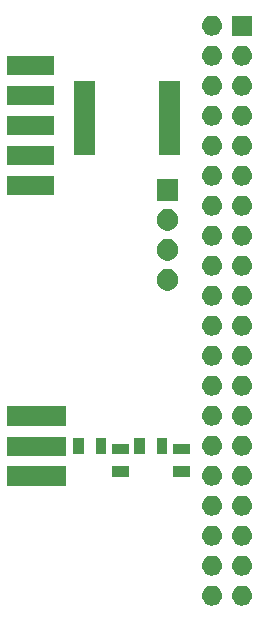
<source format=gts>
G04 #@! TF.GenerationSoftware,KiCad,Pcbnew,5.0.2-bee76a0~70~ubuntu16.04.1*
G04 #@! TF.CreationDate,2019-12-01T18:04:24-08:00*
G04 #@! TF.ProjectId,io_jumper,696f5f6a-756d-4706-9572-2e6b69636164,1.0*
G04 #@! TF.SameCoordinates,PX7471920PY2d4cae0*
G04 #@! TF.FileFunction,Soldermask,Top*
G04 #@! TF.FilePolarity,Negative*
%FSLAX46Y46*%
G04 Gerber Fmt 4.6, Leading zero omitted, Abs format (unit mm)*
G04 Created by KiCad (PCBNEW 5.0.2-bee76a0~70~ubuntu16.04.1) date Sun 01 Dec 2019 06:04:24 PM PST*
%MOMM*%
%LPD*%
G01*
G04 APERTURE LIST*
%ADD10C,0.100000*%
G04 APERTURE END LIST*
D10*
G36*
X20266630Y-49122299D02*
X20426855Y-49170903D01*
X20574520Y-49249831D01*
X20703949Y-49356051D01*
X20810169Y-49485480D01*
X20889097Y-49633145D01*
X20937701Y-49793370D01*
X20954112Y-49960000D01*
X20937701Y-50126630D01*
X20889097Y-50286855D01*
X20810169Y-50434520D01*
X20703949Y-50563949D01*
X20574520Y-50670169D01*
X20426855Y-50749097D01*
X20266630Y-50797701D01*
X20141752Y-50810000D01*
X20058248Y-50810000D01*
X19933370Y-50797701D01*
X19773145Y-50749097D01*
X19625480Y-50670169D01*
X19496051Y-50563949D01*
X19389831Y-50434520D01*
X19310903Y-50286855D01*
X19262299Y-50126630D01*
X19245888Y-49960000D01*
X19262299Y-49793370D01*
X19310903Y-49633145D01*
X19389831Y-49485480D01*
X19496051Y-49356051D01*
X19625480Y-49249831D01*
X19773145Y-49170903D01*
X19933370Y-49122299D01*
X20058248Y-49110000D01*
X20141752Y-49110000D01*
X20266630Y-49122299D01*
X20266630Y-49122299D01*
G37*
G36*
X17726630Y-49122299D02*
X17886855Y-49170903D01*
X18034520Y-49249831D01*
X18163949Y-49356051D01*
X18270169Y-49485480D01*
X18349097Y-49633145D01*
X18397701Y-49793370D01*
X18414112Y-49960000D01*
X18397701Y-50126630D01*
X18349097Y-50286855D01*
X18270169Y-50434520D01*
X18163949Y-50563949D01*
X18034520Y-50670169D01*
X17886855Y-50749097D01*
X17726630Y-50797701D01*
X17601752Y-50810000D01*
X17518248Y-50810000D01*
X17393370Y-50797701D01*
X17233145Y-50749097D01*
X17085480Y-50670169D01*
X16956051Y-50563949D01*
X16849831Y-50434520D01*
X16770903Y-50286855D01*
X16722299Y-50126630D01*
X16705888Y-49960000D01*
X16722299Y-49793370D01*
X16770903Y-49633145D01*
X16849831Y-49485480D01*
X16956051Y-49356051D01*
X17085480Y-49249831D01*
X17233145Y-49170903D01*
X17393370Y-49122299D01*
X17518248Y-49110000D01*
X17601752Y-49110000D01*
X17726630Y-49122299D01*
X17726630Y-49122299D01*
G37*
G36*
X17726630Y-46582299D02*
X17886855Y-46630903D01*
X18034520Y-46709831D01*
X18163949Y-46816051D01*
X18270169Y-46945480D01*
X18349097Y-47093145D01*
X18397701Y-47253370D01*
X18414112Y-47420000D01*
X18397701Y-47586630D01*
X18349097Y-47746855D01*
X18270169Y-47894520D01*
X18163949Y-48023949D01*
X18034520Y-48130169D01*
X17886855Y-48209097D01*
X17726630Y-48257701D01*
X17601752Y-48270000D01*
X17518248Y-48270000D01*
X17393370Y-48257701D01*
X17233145Y-48209097D01*
X17085480Y-48130169D01*
X16956051Y-48023949D01*
X16849831Y-47894520D01*
X16770903Y-47746855D01*
X16722299Y-47586630D01*
X16705888Y-47420000D01*
X16722299Y-47253370D01*
X16770903Y-47093145D01*
X16849831Y-46945480D01*
X16956051Y-46816051D01*
X17085480Y-46709831D01*
X17233145Y-46630903D01*
X17393370Y-46582299D01*
X17518248Y-46570000D01*
X17601752Y-46570000D01*
X17726630Y-46582299D01*
X17726630Y-46582299D01*
G37*
G36*
X20266630Y-46582299D02*
X20426855Y-46630903D01*
X20574520Y-46709831D01*
X20703949Y-46816051D01*
X20810169Y-46945480D01*
X20889097Y-47093145D01*
X20937701Y-47253370D01*
X20954112Y-47420000D01*
X20937701Y-47586630D01*
X20889097Y-47746855D01*
X20810169Y-47894520D01*
X20703949Y-48023949D01*
X20574520Y-48130169D01*
X20426855Y-48209097D01*
X20266630Y-48257701D01*
X20141752Y-48270000D01*
X20058248Y-48270000D01*
X19933370Y-48257701D01*
X19773145Y-48209097D01*
X19625480Y-48130169D01*
X19496051Y-48023949D01*
X19389831Y-47894520D01*
X19310903Y-47746855D01*
X19262299Y-47586630D01*
X19245888Y-47420000D01*
X19262299Y-47253370D01*
X19310903Y-47093145D01*
X19389831Y-46945480D01*
X19496051Y-46816051D01*
X19625480Y-46709831D01*
X19773145Y-46630903D01*
X19933370Y-46582299D01*
X20058248Y-46570000D01*
X20141752Y-46570000D01*
X20266630Y-46582299D01*
X20266630Y-46582299D01*
G37*
G36*
X17726630Y-44042299D02*
X17886855Y-44090903D01*
X18034520Y-44169831D01*
X18163949Y-44276051D01*
X18270169Y-44405480D01*
X18349097Y-44553145D01*
X18397701Y-44713370D01*
X18414112Y-44880000D01*
X18397701Y-45046630D01*
X18349097Y-45206855D01*
X18270169Y-45354520D01*
X18163949Y-45483949D01*
X18034520Y-45590169D01*
X17886855Y-45669097D01*
X17726630Y-45717701D01*
X17601752Y-45730000D01*
X17518248Y-45730000D01*
X17393370Y-45717701D01*
X17233145Y-45669097D01*
X17085480Y-45590169D01*
X16956051Y-45483949D01*
X16849831Y-45354520D01*
X16770903Y-45206855D01*
X16722299Y-45046630D01*
X16705888Y-44880000D01*
X16722299Y-44713370D01*
X16770903Y-44553145D01*
X16849831Y-44405480D01*
X16956051Y-44276051D01*
X17085480Y-44169831D01*
X17233145Y-44090903D01*
X17393370Y-44042299D01*
X17518248Y-44030000D01*
X17601752Y-44030000D01*
X17726630Y-44042299D01*
X17726630Y-44042299D01*
G37*
G36*
X20266630Y-44042299D02*
X20426855Y-44090903D01*
X20574520Y-44169831D01*
X20703949Y-44276051D01*
X20810169Y-44405480D01*
X20889097Y-44553145D01*
X20937701Y-44713370D01*
X20954112Y-44880000D01*
X20937701Y-45046630D01*
X20889097Y-45206855D01*
X20810169Y-45354520D01*
X20703949Y-45483949D01*
X20574520Y-45590169D01*
X20426855Y-45669097D01*
X20266630Y-45717701D01*
X20141752Y-45730000D01*
X20058248Y-45730000D01*
X19933370Y-45717701D01*
X19773145Y-45669097D01*
X19625480Y-45590169D01*
X19496051Y-45483949D01*
X19389831Y-45354520D01*
X19310903Y-45206855D01*
X19262299Y-45046630D01*
X19245888Y-44880000D01*
X19262299Y-44713370D01*
X19310903Y-44553145D01*
X19389831Y-44405480D01*
X19496051Y-44276051D01*
X19625480Y-44169831D01*
X19773145Y-44090903D01*
X19933370Y-44042299D01*
X20058248Y-44030000D01*
X20141752Y-44030000D01*
X20266630Y-44042299D01*
X20266630Y-44042299D01*
G37*
G36*
X20266630Y-41502299D02*
X20426855Y-41550903D01*
X20574520Y-41629831D01*
X20703949Y-41736051D01*
X20810169Y-41865480D01*
X20889097Y-42013145D01*
X20937701Y-42173370D01*
X20954112Y-42340000D01*
X20937701Y-42506630D01*
X20889097Y-42666855D01*
X20810169Y-42814520D01*
X20703949Y-42943949D01*
X20574520Y-43050169D01*
X20426855Y-43129097D01*
X20266630Y-43177701D01*
X20141752Y-43190000D01*
X20058248Y-43190000D01*
X19933370Y-43177701D01*
X19773145Y-43129097D01*
X19625480Y-43050169D01*
X19496051Y-42943949D01*
X19389831Y-42814520D01*
X19310903Y-42666855D01*
X19262299Y-42506630D01*
X19245888Y-42340000D01*
X19262299Y-42173370D01*
X19310903Y-42013145D01*
X19389831Y-41865480D01*
X19496051Y-41736051D01*
X19625480Y-41629831D01*
X19773145Y-41550903D01*
X19933370Y-41502299D01*
X20058248Y-41490000D01*
X20141752Y-41490000D01*
X20266630Y-41502299D01*
X20266630Y-41502299D01*
G37*
G36*
X17726630Y-41502299D02*
X17886855Y-41550903D01*
X18034520Y-41629831D01*
X18163949Y-41736051D01*
X18270169Y-41865480D01*
X18349097Y-42013145D01*
X18397701Y-42173370D01*
X18414112Y-42340000D01*
X18397701Y-42506630D01*
X18349097Y-42666855D01*
X18270169Y-42814520D01*
X18163949Y-42943949D01*
X18034520Y-43050169D01*
X17886855Y-43129097D01*
X17726630Y-43177701D01*
X17601752Y-43190000D01*
X17518248Y-43190000D01*
X17393370Y-43177701D01*
X17233145Y-43129097D01*
X17085480Y-43050169D01*
X16956051Y-42943949D01*
X16849831Y-42814520D01*
X16770903Y-42666855D01*
X16722299Y-42506630D01*
X16705888Y-42340000D01*
X16722299Y-42173370D01*
X16770903Y-42013145D01*
X16849831Y-41865480D01*
X16956051Y-41736051D01*
X17085480Y-41629831D01*
X17233145Y-41550903D01*
X17393370Y-41502299D01*
X17518248Y-41490000D01*
X17601752Y-41490000D01*
X17726630Y-41502299D01*
X17726630Y-41502299D01*
G37*
G36*
X5200000Y-40690000D02*
X200000Y-40690000D01*
X200000Y-38990000D01*
X5200000Y-38990000D01*
X5200000Y-40690000D01*
X5200000Y-40690000D01*
G37*
G36*
X20266630Y-38962299D02*
X20426855Y-39010903D01*
X20574520Y-39089831D01*
X20703949Y-39196051D01*
X20810169Y-39325480D01*
X20889097Y-39473145D01*
X20937701Y-39633370D01*
X20954112Y-39800000D01*
X20937701Y-39966630D01*
X20889097Y-40126855D01*
X20810169Y-40274520D01*
X20703949Y-40403949D01*
X20574520Y-40510169D01*
X20426855Y-40589097D01*
X20266630Y-40637701D01*
X20141752Y-40650000D01*
X20058248Y-40650000D01*
X19933370Y-40637701D01*
X19773145Y-40589097D01*
X19625480Y-40510169D01*
X19496051Y-40403949D01*
X19389831Y-40274520D01*
X19310903Y-40126855D01*
X19262299Y-39966630D01*
X19245888Y-39800000D01*
X19262299Y-39633370D01*
X19310903Y-39473145D01*
X19389831Y-39325480D01*
X19496051Y-39196051D01*
X19625480Y-39089831D01*
X19773145Y-39010903D01*
X19933370Y-38962299D01*
X20058248Y-38950000D01*
X20141752Y-38950000D01*
X20266630Y-38962299D01*
X20266630Y-38962299D01*
G37*
G36*
X17726630Y-38962299D02*
X17886855Y-39010903D01*
X18034520Y-39089831D01*
X18163949Y-39196051D01*
X18270169Y-39325480D01*
X18349097Y-39473145D01*
X18397701Y-39633370D01*
X18414112Y-39800000D01*
X18397701Y-39966630D01*
X18349097Y-40126855D01*
X18270169Y-40274520D01*
X18163949Y-40403949D01*
X18034520Y-40510169D01*
X17886855Y-40589097D01*
X17726630Y-40637701D01*
X17601752Y-40650000D01*
X17518248Y-40650000D01*
X17393370Y-40637701D01*
X17233145Y-40589097D01*
X17085480Y-40510169D01*
X16956051Y-40403949D01*
X16849831Y-40274520D01*
X16770903Y-40126855D01*
X16722299Y-39966630D01*
X16705888Y-39800000D01*
X16722299Y-39633370D01*
X16770903Y-39473145D01*
X16849831Y-39325480D01*
X16956051Y-39196051D01*
X17085480Y-39089831D01*
X17233145Y-39010903D01*
X17393370Y-38962299D01*
X17518248Y-38950000D01*
X17601752Y-38950000D01*
X17726630Y-38962299D01*
X17726630Y-38962299D01*
G37*
G36*
X15698500Y-39897000D02*
X14301500Y-39897000D01*
X14301500Y-39008000D01*
X15698500Y-39008000D01*
X15698500Y-39897000D01*
X15698500Y-39897000D01*
G37*
G36*
X10498500Y-39897000D02*
X9101500Y-39897000D01*
X9101500Y-39008000D01*
X10498500Y-39008000D01*
X10498500Y-39897000D01*
X10498500Y-39897000D01*
G37*
G36*
X20266630Y-36422299D02*
X20426855Y-36470903D01*
X20574520Y-36549831D01*
X20703949Y-36656051D01*
X20810169Y-36785480D01*
X20889097Y-36933145D01*
X20937701Y-37093370D01*
X20954112Y-37260000D01*
X20937701Y-37426630D01*
X20889097Y-37586855D01*
X20810169Y-37734520D01*
X20703949Y-37863949D01*
X20574520Y-37970169D01*
X20426855Y-38049097D01*
X20266630Y-38097701D01*
X20141752Y-38110000D01*
X20058248Y-38110000D01*
X19933370Y-38097701D01*
X19773145Y-38049097D01*
X19625480Y-37970169D01*
X19496051Y-37863949D01*
X19389831Y-37734520D01*
X19310903Y-37586855D01*
X19262299Y-37426630D01*
X19245888Y-37260000D01*
X19262299Y-37093370D01*
X19310903Y-36933145D01*
X19389831Y-36785480D01*
X19496051Y-36656051D01*
X19625480Y-36549831D01*
X19773145Y-36470903D01*
X19933370Y-36422299D01*
X20058248Y-36410000D01*
X20141752Y-36410000D01*
X20266630Y-36422299D01*
X20266630Y-36422299D01*
G37*
G36*
X17726630Y-36422299D02*
X17886855Y-36470903D01*
X18034520Y-36549831D01*
X18163949Y-36656051D01*
X18270169Y-36785480D01*
X18349097Y-36933145D01*
X18397701Y-37093370D01*
X18414112Y-37260000D01*
X18397701Y-37426630D01*
X18349097Y-37586855D01*
X18270169Y-37734520D01*
X18163949Y-37863949D01*
X18034520Y-37970169D01*
X17886855Y-38049097D01*
X17726630Y-38097701D01*
X17601752Y-38110000D01*
X17518248Y-38110000D01*
X17393370Y-38097701D01*
X17233145Y-38049097D01*
X17085480Y-37970169D01*
X16956051Y-37863949D01*
X16849831Y-37734520D01*
X16770903Y-37586855D01*
X16722299Y-37426630D01*
X16705888Y-37260000D01*
X16722299Y-37093370D01*
X16770903Y-36933145D01*
X16849831Y-36785480D01*
X16956051Y-36656051D01*
X17085480Y-36549831D01*
X17233145Y-36470903D01*
X17393370Y-36422299D01*
X17518248Y-36410000D01*
X17601752Y-36410000D01*
X17726630Y-36422299D01*
X17726630Y-36422299D01*
G37*
G36*
X5200000Y-38100000D02*
X200000Y-38100000D01*
X200000Y-36500000D01*
X5200000Y-36500000D01*
X5200000Y-38100000D01*
X5200000Y-38100000D01*
G37*
G36*
X13797000Y-37998500D02*
X12908000Y-37998500D01*
X12908000Y-36601500D01*
X13797000Y-36601500D01*
X13797000Y-37998500D01*
X13797000Y-37998500D01*
G37*
G36*
X6692000Y-37998500D02*
X5803000Y-37998500D01*
X5803000Y-36601500D01*
X6692000Y-36601500D01*
X6692000Y-37998500D01*
X6692000Y-37998500D01*
G37*
G36*
X8597000Y-37998500D02*
X7708000Y-37998500D01*
X7708000Y-36601500D01*
X8597000Y-36601500D01*
X8597000Y-37998500D01*
X8597000Y-37998500D01*
G37*
G36*
X11892000Y-37998500D02*
X11003000Y-37998500D01*
X11003000Y-36601500D01*
X11892000Y-36601500D01*
X11892000Y-37998500D01*
X11892000Y-37998500D01*
G37*
G36*
X10498500Y-37992000D02*
X9101500Y-37992000D01*
X9101500Y-37103000D01*
X10498500Y-37103000D01*
X10498500Y-37992000D01*
X10498500Y-37992000D01*
G37*
G36*
X15698500Y-37992000D02*
X14301500Y-37992000D01*
X14301500Y-37103000D01*
X15698500Y-37103000D01*
X15698500Y-37992000D01*
X15698500Y-37992000D01*
G37*
G36*
X5200000Y-35610000D02*
X200000Y-35610000D01*
X200000Y-33910000D01*
X5200000Y-33910000D01*
X5200000Y-35610000D01*
X5200000Y-35610000D01*
G37*
G36*
X17726630Y-33882299D02*
X17886855Y-33930903D01*
X18034520Y-34009831D01*
X18163949Y-34116051D01*
X18270169Y-34245480D01*
X18349097Y-34393145D01*
X18397701Y-34553370D01*
X18414112Y-34720000D01*
X18397701Y-34886630D01*
X18349097Y-35046855D01*
X18270169Y-35194520D01*
X18163949Y-35323949D01*
X18034520Y-35430169D01*
X17886855Y-35509097D01*
X17726630Y-35557701D01*
X17601752Y-35570000D01*
X17518248Y-35570000D01*
X17393370Y-35557701D01*
X17233145Y-35509097D01*
X17085480Y-35430169D01*
X16956051Y-35323949D01*
X16849831Y-35194520D01*
X16770903Y-35046855D01*
X16722299Y-34886630D01*
X16705888Y-34720000D01*
X16722299Y-34553370D01*
X16770903Y-34393145D01*
X16849831Y-34245480D01*
X16956051Y-34116051D01*
X17085480Y-34009831D01*
X17233145Y-33930903D01*
X17393370Y-33882299D01*
X17518248Y-33870000D01*
X17601752Y-33870000D01*
X17726630Y-33882299D01*
X17726630Y-33882299D01*
G37*
G36*
X20266630Y-33882299D02*
X20426855Y-33930903D01*
X20574520Y-34009831D01*
X20703949Y-34116051D01*
X20810169Y-34245480D01*
X20889097Y-34393145D01*
X20937701Y-34553370D01*
X20954112Y-34720000D01*
X20937701Y-34886630D01*
X20889097Y-35046855D01*
X20810169Y-35194520D01*
X20703949Y-35323949D01*
X20574520Y-35430169D01*
X20426855Y-35509097D01*
X20266630Y-35557701D01*
X20141752Y-35570000D01*
X20058248Y-35570000D01*
X19933370Y-35557701D01*
X19773145Y-35509097D01*
X19625480Y-35430169D01*
X19496051Y-35323949D01*
X19389831Y-35194520D01*
X19310903Y-35046855D01*
X19262299Y-34886630D01*
X19245888Y-34720000D01*
X19262299Y-34553370D01*
X19310903Y-34393145D01*
X19389831Y-34245480D01*
X19496051Y-34116051D01*
X19625480Y-34009831D01*
X19773145Y-33930903D01*
X19933370Y-33882299D01*
X20058248Y-33870000D01*
X20141752Y-33870000D01*
X20266630Y-33882299D01*
X20266630Y-33882299D01*
G37*
G36*
X17726630Y-31342299D02*
X17886855Y-31390903D01*
X18034520Y-31469831D01*
X18163949Y-31576051D01*
X18270169Y-31705480D01*
X18349097Y-31853145D01*
X18397701Y-32013370D01*
X18414112Y-32180000D01*
X18397701Y-32346630D01*
X18349097Y-32506855D01*
X18270169Y-32654520D01*
X18163949Y-32783949D01*
X18034520Y-32890169D01*
X17886855Y-32969097D01*
X17726630Y-33017701D01*
X17601752Y-33030000D01*
X17518248Y-33030000D01*
X17393370Y-33017701D01*
X17233145Y-32969097D01*
X17085480Y-32890169D01*
X16956051Y-32783949D01*
X16849831Y-32654520D01*
X16770903Y-32506855D01*
X16722299Y-32346630D01*
X16705888Y-32180000D01*
X16722299Y-32013370D01*
X16770903Y-31853145D01*
X16849831Y-31705480D01*
X16956051Y-31576051D01*
X17085480Y-31469831D01*
X17233145Y-31390903D01*
X17393370Y-31342299D01*
X17518248Y-31330000D01*
X17601752Y-31330000D01*
X17726630Y-31342299D01*
X17726630Y-31342299D01*
G37*
G36*
X20266630Y-31342299D02*
X20426855Y-31390903D01*
X20574520Y-31469831D01*
X20703949Y-31576051D01*
X20810169Y-31705480D01*
X20889097Y-31853145D01*
X20937701Y-32013370D01*
X20954112Y-32180000D01*
X20937701Y-32346630D01*
X20889097Y-32506855D01*
X20810169Y-32654520D01*
X20703949Y-32783949D01*
X20574520Y-32890169D01*
X20426855Y-32969097D01*
X20266630Y-33017701D01*
X20141752Y-33030000D01*
X20058248Y-33030000D01*
X19933370Y-33017701D01*
X19773145Y-32969097D01*
X19625480Y-32890169D01*
X19496051Y-32783949D01*
X19389831Y-32654520D01*
X19310903Y-32506855D01*
X19262299Y-32346630D01*
X19245888Y-32180000D01*
X19262299Y-32013370D01*
X19310903Y-31853145D01*
X19389831Y-31705480D01*
X19496051Y-31576051D01*
X19625480Y-31469831D01*
X19773145Y-31390903D01*
X19933370Y-31342299D01*
X20058248Y-31330000D01*
X20141752Y-31330000D01*
X20266630Y-31342299D01*
X20266630Y-31342299D01*
G37*
G36*
X17726630Y-28802299D02*
X17886855Y-28850903D01*
X18034520Y-28929831D01*
X18163949Y-29036051D01*
X18270169Y-29165480D01*
X18349097Y-29313145D01*
X18397701Y-29473370D01*
X18414112Y-29640000D01*
X18397701Y-29806630D01*
X18349097Y-29966855D01*
X18270169Y-30114520D01*
X18163949Y-30243949D01*
X18034520Y-30350169D01*
X17886855Y-30429097D01*
X17726630Y-30477701D01*
X17601752Y-30490000D01*
X17518248Y-30490000D01*
X17393370Y-30477701D01*
X17233145Y-30429097D01*
X17085480Y-30350169D01*
X16956051Y-30243949D01*
X16849831Y-30114520D01*
X16770903Y-29966855D01*
X16722299Y-29806630D01*
X16705888Y-29640000D01*
X16722299Y-29473370D01*
X16770903Y-29313145D01*
X16849831Y-29165480D01*
X16956051Y-29036051D01*
X17085480Y-28929831D01*
X17233145Y-28850903D01*
X17393370Y-28802299D01*
X17518248Y-28790000D01*
X17601752Y-28790000D01*
X17726630Y-28802299D01*
X17726630Y-28802299D01*
G37*
G36*
X20266630Y-28802299D02*
X20426855Y-28850903D01*
X20574520Y-28929831D01*
X20703949Y-29036051D01*
X20810169Y-29165480D01*
X20889097Y-29313145D01*
X20937701Y-29473370D01*
X20954112Y-29640000D01*
X20937701Y-29806630D01*
X20889097Y-29966855D01*
X20810169Y-30114520D01*
X20703949Y-30243949D01*
X20574520Y-30350169D01*
X20426855Y-30429097D01*
X20266630Y-30477701D01*
X20141752Y-30490000D01*
X20058248Y-30490000D01*
X19933370Y-30477701D01*
X19773145Y-30429097D01*
X19625480Y-30350169D01*
X19496051Y-30243949D01*
X19389831Y-30114520D01*
X19310903Y-29966855D01*
X19262299Y-29806630D01*
X19245888Y-29640000D01*
X19262299Y-29473370D01*
X19310903Y-29313145D01*
X19389831Y-29165480D01*
X19496051Y-29036051D01*
X19625480Y-28929831D01*
X19773145Y-28850903D01*
X19933370Y-28802299D01*
X20058248Y-28790000D01*
X20141752Y-28790000D01*
X20266630Y-28802299D01*
X20266630Y-28802299D01*
G37*
G36*
X20266630Y-26262299D02*
X20426855Y-26310903D01*
X20574520Y-26389831D01*
X20703949Y-26496051D01*
X20810169Y-26625480D01*
X20889097Y-26773145D01*
X20937701Y-26933370D01*
X20954112Y-27100000D01*
X20937701Y-27266630D01*
X20889097Y-27426855D01*
X20810169Y-27574520D01*
X20703949Y-27703949D01*
X20574520Y-27810169D01*
X20426855Y-27889097D01*
X20266630Y-27937701D01*
X20141752Y-27950000D01*
X20058248Y-27950000D01*
X19933370Y-27937701D01*
X19773145Y-27889097D01*
X19625480Y-27810169D01*
X19496051Y-27703949D01*
X19389831Y-27574520D01*
X19310903Y-27426855D01*
X19262299Y-27266630D01*
X19245888Y-27100000D01*
X19262299Y-26933370D01*
X19310903Y-26773145D01*
X19389831Y-26625480D01*
X19496051Y-26496051D01*
X19625480Y-26389831D01*
X19773145Y-26310903D01*
X19933370Y-26262299D01*
X20058248Y-26250000D01*
X20141752Y-26250000D01*
X20266630Y-26262299D01*
X20266630Y-26262299D01*
G37*
G36*
X17726630Y-26262299D02*
X17886855Y-26310903D01*
X18034520Y-26389831D01*
X18163949Y-26496051D01*
X18270169Y-26625480D01*
X18349097Y-26773145D01*
X18397701Y-26933370D01*
X18414112Y-27100000D01*
X18397701Y-27266630D01*
X18349097Y-27426855D01*
X18270169Y-27574520D01*
X18163949Y-27703949D01*
X18034520Y-27810169D01*
X17886855Y-27889097D01*
X17726630Y-27937701D01*
X17601752Y-27950000D01*
X17518248Y-27950000D01*
X17393370Y-27937701D01*
X17233145Y-27889097D01*
X17085480Y-27810169D01*
X16956051Y-27703949D01*
X16849831Y-27574520D01*
X16770903Y-27426855D01*
X16722299Y-27266630D01*
X16705888Y-27100000D01*
X16722299Y-26933370D01*
X16770903Y-26773145D01*
X16849831Y-26625480D01*
X16956051Y-26496051D01*
X17085480Y-26389831D01*
X17233145Y-26310903D01*
X17393370Y-26262299D01*
X17518248Y-26250000D01*
X17601752Y-26250000D01*
X17726630Y-26262299D01*
X17726630Y-26262299D01*
G37*
G36*
X17726630Y-23722299D02*
X17886855Y-23770903D01*
X18034520Y-23849831D01*
X18163949Y-23956051D01*
X18270169Y-24085480D01*
X18349097Y-24233145D01*
X18397701Y-24393370D01*
X18414112Y-24560000D01*
X18397701Y-24726630D01*
X18349097Y-24886855D01*
X18270169Y-25034520D01*
X18163949Y-25163949D01*
X18034520Y-25270169D01*
X17886855Y-25349097D01*
X17726630Y-25397701D01*
X17601752Y-25410000D01*
X17518248Y-25410000D01*
X17393370Y-25397701D01*
X17233145Y-25349097D01*
X17085480Y-25270169D01*
X16956051Y-25163949D01*
X16849831Y-25034520D01*
X16770903Y-24886855D01*
X16722299Y-24726630D01*
X16705888Y-24560000D01*
X16722299Y-24393370D01*
X16770903Y-24233145D01*
X16849831Y-24085480D01*
X16956051Y-23956051D01*
X17085480Y-23849831D01*
X17233145Y-23770903D01*
X17393370Y-23722299D01*
X17518248Y-23710000D01*
X17601752Y-23710000D01*
X17726630Y-23722299D01*
X17726630Y-23722299D01*
G37*
G36*
X20266630Y-23722299D02*
X20426855Y-23770903D01*
X20574520Y-23849831D01*
X20703949Y-23956051D01*
X20810169Y-24085480D01*
X20889097Y-24233145D01*
X20937701Y-24393370D01*
X20954112Y-24560000D01*
X20937701Y-24726630D01*
X20889097Y-24886855D01*
X20810169Y-25034520D01*
X20703949Y-25163949D01*
X20574520Y-25270169D01*
X20426855Y-25349097D01*
X20266630Y-25397701D01*
X20141752Y-25410000D01*
X20058248Y-25410000D01*
X19933370Y-25397701D01*
X19773145Y-25349097D01*
X19625480Y-25270169D01*
X19496051Y-25163949D01*
X19389831Y-25034520D01*
X19310903Y-24886855D01*
X19262299Y-24726630D01*
X19245888Y-24560000D01*
X19262299Y-24393370D01*
X19310903Y-24233145D01*
X19389831Y-24085480D01*
X19496051Y-23956051D01*
X19625480Y-23849831D01*
X19773145Y-23770903D01*
X19933370Y-23722299D01*
X20058248Y-23710000D01*
X20141752Y-23710000D01*
X20266630Y-23722299D01*
X20266630Y-23722299D01*
G37*
G36*
X14069811Y-22330546D02*
X14069814Y-22330547D01*
X14069813Y-22330547D01*
X14238152Y-22400275D01*
X14238153Y-22400276D01*
X14389656Y-22501507D01*
X14518493Y-22630344D01*
X14518495Y-22630347D01*
X14619725Y-22781848D01*
X14673657Y-22912052D01*
X14689454Y-22950189D01*
X14725000Y-23128894D01*
X14725000Y-23311106D01*
X14689454Y-23489811D01*
X14689453Y-23489813D01*
X14619725Y-23658152D01*
X14544387Y-23770903D01*
X14518493Y-23809656D01*
X14389656Y-23938493D01*
X14389653Y-23938495D01*
X14238152Y-24039725D01*
X14127689Y-24085480D01*
X14069811Y-24109454D01*
X13891106Y-24145000D01*
X13708894Y-24145000D01*
X13530189Y-24109454D01*
X13472311Y-24085480D01*
X13361848Y-24039725D01*
X13210347Y-23938495D01*
X13210344Y-23938493D01*
X13081507Y-23809656D01*
X13055613Y-23770903D01*
X12980275Y-23658152D01*
X12910547Y-23489813D01*
X12910546Y-23489811D01*
X12875000Y-23311106D01*
X12875000Y-23128894D01*
X12910546Y-22950189D01*
X12926343Y-22912052D01*
X12980275Y-22781848D01*
X13081505Y-22630347D01*
X13081507Y-22630344D01*
X13210344Y-22501507D01*
X13361847Y-22400276D01*
X13361848Y-22400275D01*
X13530187Y-22330547D01*
X13530186Y-22330547D01*
X13530189Y-22330546D01*
X13708894Y-22295000D01*
X13891106Y-22295000D01*
X14069811Y-22330546D01*
X14069811Y-22330546D01*
G37*
G36*
X17726630Y-21182299D02*
X17886855Y-21230903D01*
X18034520Y-21309831D01*
X18163949Y-21416051D01*
X18270169Y-21545480D01*
X18349097Y-21693145D01*
X18397701Y-21853370D01*
X18414112Y-22020000D01*
X18397701Y-22186630D01*
X18349097Y-22346855D01*
X18270169Y-22494520D01*
X18163949Y-22623949D01*
X18034520Y-22730169D01*
X17886855Y-22809097D01*
X17726630Y-22857701D01*
X17601752Y-22870000D01*
X17518248Y-22870000D01*
X17393370Y-22857701D01*
X17233145Y-22809097D01*
X17085480Y-22730169D01*
X16956051Y-22623949D01*
X16849831Y-22494520D01*
X16770903Y-22346855D01*
X16722299Y-22186630D01*
X16705888Y-22020000D01*
X16722299Y-21853370D01*
X16770903Y-21693145D01*
X16849831Y-21545480D01*
X16956051Y-21416051D01*
X17085480Y-21309831D01*
X17233145Y-21230903D01*
X17393370Y-21182299D01*
X17518248Y-21170000D01*
X17601752Y-21170000D01*
X17726630Y-21182299D01*
X17726630Y-21182299D01*
G37*
G36*
X20266630Y-21182299D02*
X20426855Y-21230903D01*
X20574520Y-21309831D01*
X20703949Y-21416051D01*
X20810169Y-21545480D01*
X20889097Y-21693145D01*
X20937701Y-21853370D01*
X20954112Y-22020000D01*
X20937701Y-22186630D01*
X20889097Y-22346855D01*
X20810169Y-22494520D01*
X20703949Y-22623949D01*
X20574520Y-22730169D01*
X20426855Y-22809097D01*
X20266630Y-22857701D01*
X20141752Y-22870000D01*
X20058248Y-22870000D01*
X19933370Y-22857701D01*
X19773145Y-22809097D01*
X19625480Y-22730169D01*
X19496051Y-22623949D01*
X19389831Y-22494520D01*
X19310903Y-22346855D01*
X19262299Y-22186630D01*
X19245888Y-22020000D01*
X19262299Y-21853370D01*
X19310903Y-21693145D01*
X19389831Y-21545480D01*
X19496051Y-21416051D01*
X19625480Y-21309831D01*
X19773145Y-21230903D01*
X19933370Y-21182299D01*
X20058248Y-21170000D01*
X20141752Y-21170000D01*
X20266630Y-21182299D01*
X20266630Y-21182299D01*
G37*
G36*
X14069811Y-19790546D02*
X14069814Y-19790547D01*
X14069813Y-19790547D01*
X14238152Y-19860275D01*
X14238153Y-19860276D01*
X14389656Y-19961507D01*
X14518493Y-20090344D01*
X14518495Y-20090347D01*
X14619725Y-20241848D01*
X14673657Y-20372052D01*
X14689454Y-20410189D01*
X14725000Y-20588894D01*
X14725000Y-20771106D01*
X14689454Y-20949811D01*
X14689453Y-20949813D01*
X14619725Y-21118152D01*
X14544387Y-21230903D01*
X14518493Y-21269656D01*
X14389656Y-21398493D01*
X14389653Y-21398495D01*
X14238152Y-21499725D01*
X14127689Y-21545480D01*
X14069811Y-21569454D01*
X13891106Y-21605000D01*
X13708894Y-21605000D01*
X13530189Y-21569454D01*
X13472311Y-21545480D01*
X13361848Y-21499725D01*
X13210347Y-21398495D01*
X13210344Y-21398493D01*
X13081507Y-21269656D01*
X13055613Y-21230903D01*
X12980275Y-21118152D01*
X12910547Y-20949813D01*
X12910546Y-20949811D01*
X12875000Y-20771106D01*
X12875000Y-20588894D01*
X12910546Y-20410189D01*
X12926343Y-20372052D01*
X12980275Y-20241848D01*
X13081505Y-20090347D01*
X13081507Y-20090344D01*
X13210344Y-19961507D01*
X13361847Y-19860276D01*
X13361848Y-19860275D01*
X13530187Y-19790547D01*
X13530186Y-19790547D01*
X13530189Y-19790546D01*
X13708894Y-19755000D01*
X13891106Y-19755000D01*
X14069811Y-19790546D01*
X14069811Y-19790546D01*
G37*
G36*
X17726630Y-18642299D02*
X17886855Y-18690903D01*
X18034520Y-18769831D01*
X18163949Y-18876051D01*
X18270169Y-19005480D01*
X18349097Y-19153145D01*
X18397701Y-19313370D01*
X18414112Y-19480000D01*
X18397701Y-19646630D01*
X18349097Y-19806855D01*
X18270169Y-19954520D01*
X18163949Y-20083949D01*
X18034520Y-20190169D01*
X17886855Y-20269097D01*
X17726630Y-20317701D01*
X17601752Y-20330000D01*
X17518248Y-20330000D01*
X17393370Y-20317701D01*
X17233145Y-20269097D01*
X17085480Y-20190169D01*
X16956051Y-20083949D01*
X16849831Y-19954520D01*
X16770903Y-19806855D01*
X16722299Y-19646630D01*
X16705888Y-19480000D01*
X16722299Y-19313370D01*
X16770903Y-19153145D01*
X16849831Y-19005480D01*
X16956051Y-18876051D01*
X17085480Y-18769831D01*
X17233145Y-18690903D01*
X17393370Y-18642299D01*
X17518248Y-18630000D01*
X17601752Y-18630000D01*
X17726630Y-18642299D01*
X17726630Y-18642299D01*
G37*
G36*
X20266630Y-18642299D02*
X20426855Y-18690903D01*
X20574520Y-18769831D01*
X20703949Y-18876051D01*
X20810169Y-19005480D01*
X20889097Y-19153145D01*
X20937701Y-19313370D01*
X20954112Y-19480000D01*
X20937701Y-19646630D01*
X20889097Y-19806855D01*
X20810169Y-19954520D01*
X20703949Y-20083949D01*
X20574520Y-20190169D01*
X20426855Y-20269097D01*
X20266630Y-20317701D01*
X20141752Y-20330000D01*
X20058248Y-20330000D01*
X19933370Y-20317701D01*
X19773145Y-20269097D01*
X19625480Y-20190169D01*
X19496051Y-20083949D01*
X19389831Y-19954520D01*
X19310903Y-19806855D01*
X19262299Y-19646630D01*
X19245888Y-19480000D01*
X19262299Y-19313370D01*
X19310903Y-19153145D01*
X19389831Y-19005480D01*
X19496051Y-18876051D01*
X19625480Y-18769831D01*
X19773145Y-18690903D01*
X19933370Y-18642299D01*
X20058248Y-18630000D01*
X20141752Y-18630000D01*
X20266630Y-18642299D01*
X20266630Y-18642299D01*
G37*
G36*
X14069811Y-17250546D02*
X14069814Y-17250547D01*
X14069813Y-17250547D01*
X14238152Y-17320275D01*
X14238153Y-17320276D01*
X14389656Y-17421507D01*
X14518493Y-17550344D01*
X14518495Y-17550347D01*
X14619725Y-17701848D01*
X14673657Y-17832052D01*
X14689454Y-17870189D01*
X14725000Y-18048894D01*
X14725000Y-18231106D01*
X14689454Y-18409811D01*
X14689453Y-18409813D01*
X14619725Y-18578152D01*
X14544387Y-18690903D01*
X14518493Y-18729656D01*
X14389656Y-18858493D01*
X14389653Y-18858495D01*
X14238152Y-18959725D01*
X14127689Y-19005480D01*
X14069811Y-19029454D01*
X13891106Y-19065000D01*
X13708894Y-19065000D01*
X13530189Y-19029454D01*
X13472311Y-19005480D01*
X13361848Y-18959725D01*
X13210347Y-18858495D01*
X13210344Y-18858493D01*
X13081507Y-18729656D01*
X13055613Y-18690903D01*
X12980275Y-18578152D01*
X12910547Y-18409813D01*
X12910546Y-18409811D01*
X12875000Y-18231106D01*
X12875000Y-18048894D01*
X12910546Y-17870189D01*
X12926343Y-17832052D01*
X12980275Y-17701848D01*
X13081505Y-17550347D01*
X13081507Y-17550344D01*
X13210344Y-17421507D01*
X13361847Y-17320276D01*
X13361848Y-17320275D01*
X13530187Y-17250547D01*
X13530186Y-17250547D01*
X13530189Y-17250546D01*
X13708894Y-17215000D01*
X13891106Y-17215000D01*
X14069811Y-17250546D01*
X14069811Y-17250546D01*
G37*
G36*
X20266630Y-16102299D02*
X20426855Y-16150903D01*
X20574520Y-16229831D01*
X20703949Y-16336051D01*
X20810169Y-16465480D01*
X20889097Y-16613145D01*
X20937701Y-16773370D01*
X20954112Y-16940000D01*
X20937701Y-17106630D01*
X20889097Y-17266855D01*
X20810169Y-17414520D01*
X20703949Y-17543949D01*
X20574520Y-17650169D01*
X20426855Y-17729097D01*
X20266630Y-17777701D01*
X20141752Y-17790000D01*
X20058248Y-17790000D01*
X19933370Y-17777701D01*
X19773145Y-17729097D01*
X19625480Y-17650169D01*
X19496051Y-17543949D01*
X19389831Y-17414520D01*
X19310903Y-17266855D01*
X19262299Y-17106630D01*
X19245888Y-16940000D01*
X19262299Y-16773370D01*
X19310903Y-16613145D01*
X19389831Y-16465480D01*
X19496051Y-16336051D01*
X19625480Y-16229831D01*
X19773145Y-16150903D01*
X19933370Y-16102299D01*
X20058248Y-16090000D01*
X20141752Y-16090000D01*
X20266630Y-16102299D01*
X20266630Y-16102299D01*
G37*
G36*
X17726630Y-16102299D02*
X17886855Y-16150903D01*
X18034520Y-16229831D01*
X18163949Y-16336051D01*
X18270169Y-16465480D01*
X18349097Y-16613145D01*
X18397701Y-16773370D01*
X18414112Y-16940000D01*
X18397701Y-17106630D01*
X18349097Y-17266855D01*
X18270169Y-17414520D01*
X18163949Y-17543949D01*
X18034520Y-17650169D01*
X17886855Y-17729097D01*
X17726630Y-17777701D01*
X17601752Y-17790000D01*
X17518248Y-17790000D01*
X17393370Y-17777701D01*
X17233145Y-17729097D01*
X17085480Y-17650169D01*
X16956051Y-17543949D01*
X16849831Y-17414520D01*
X16770903Y-17266855D01*
X16722299Y-17106630D01*
X16705888Y-16940000D01*
X16722299Y-16773370D01*
X16770903Y-16613145D01*
X16849831Y-16465480D01*
X16956051Y-16336051D01*
X17085480Y-16229831D01*
X17233145Y-16150903D01*
X17393370Y-16102299D01*
X17518248Y-16090000D01*
X17601752Y-16090000D01*
X17726630Y-16102299D01*
X17726630Y-16102299D01*
G37*
G36*
X14725000Y-16525000D02*
X12875000Y-16525000D01*
X12875000Y-14675000D01*
X14725000Y-14675000D01*
X14725000Y-16525000D01*
X14725000Y-16525000D01*
G37*
G36*
X4189539Y-16031021D02*
X189539Y-16031021D01*
X189539Y-14431021D01*
X4189539Y-14431021D01*
X4189539Y-16031021D01*
X4189539Y-16031021D01*
G37*
G36*
X17726630Y-13562299D02*
X17886855Y-13610903D01*
X18034520Y-13689831D01*
X18163949Y-13796051D01*
X18270169Y-13925480D01*
X18349097Y-14073145D01*
X18397701Y-14233370D01*
X18414112Y-14400000D01*
X18397701Y-14566630D01*
X18349097Y-14726855D01*
X18270169Y-14874520D01*
X18163949Y-15003949D01*
X18034520Y-15110169D01*
X17886855Y-15189097D01*
X17726630Y-15237701D01*
X17601752Y-15250000D01*
X17518248Y-15250000D01*
X17393370Y-15237701D01*
X17233145Y-15189097D01*
X17085480Y-15110169D01*
X16956051Y-15003949D01*
X16849831Y-14874520D01*
X16770903Y-14726855D01*
X16722299Y-14566630D01*
X16705888Y-14400000D01*
X16722299Y-14233370D01*
X16770903Y-14073145D01*
X16849831Y-13925480D01*
X16956051Y-13796051D01*
X17085480Y-13689831D01*
X17233145Y-13610903D01*
X17393370Y-13562299D01*
X17518248Y-13550000D01*
X17601752Y-13550000D01*
X17726630Y-13562299D01*
X17726630Y-13562299D01*
G37*
G36*
X20266630Y-13562299D02*
X20426855Y-13610903D01*
X20574520Y-13689831D01*
X20703949Y-13796051D01*
X20810169Y-13925480D01*
X20889097Y-14073145D01*
X20937701Y-14233370D01*
X20954112Y-14400000D01*
X20937701Y-14566630D01*
X20889097Y-14726855D01*
X20810169Y-14874520D01*
X20703949Y-15003949D01*
X20574520Y-15110169D01*
X20426855Y-15189097D01*
X20266630Y-15237701D01*
X20141752Y-15250000D01*
X20058248Y-15250000D01*
X19933370Y-15237701D01*
X19773145Y-15189097D01*
X19625480Y-15110169D01*
X19496051Y-15003949D01*
X19389831Y-14874520D01*
X19310903Y-14726855D01*
X19262299Y-14566630D01*
X19245888Y-14400000D01*
X19262299Y-14233370D01*
X19310903Y-14073145D01*
X19389831Y-13925480D01*
X19496051Y-13796051D01*
X19625480Y-13689831D01*
X19773145Y-13610903D01*
X19933370Y-13562299D01*
X20058248Y-13550000D01*
X20141752Y-13550000D01*
X20266630Y-13562299D01*
X20266630Y-13562299D01*
G37*
G36*
X4189539Y-13491021D02*
X189539Y-13491021D01*
X189539Y-11891021D01*
X4189539Y-11891021D01*
X4189539Y-13491021D01*
X4189539Y-13491021D01*
G37*
G36*
X20266630Y-11022299D02*
X20426855Y-11070903D01*
X20574520Y-11149831D01*
X20703949Y-11256051D01*
X20810169Y-11385480D01*
X20889097Y-11533145D01*
X20937701Y-11693370D01*
X20954112Y-11860000D01*
X20937701Y-12026630D01*
X20889097Y-12186855D01*
X20810169Y-12334520D01*
X20703949Y-12463949D01*
X20574520Y-12570169D01*
X20426855Y-12649097D01*
X20266630Y-12697701D01*
X20141752Y-12710000D01*
X20058248Y-12710000D01*
X19933370Y-12697701D01*
X19773145Y-12649097D01*
X19625480Y-12570169D01*
X19496051Y-12463949D01*
X19389831Y-12334520D01*
X19310903Y-12186855D01*
X19262299Y-12026630D01*
X19245888Y-11860000D01*
X19262299Y-11693370D01*
X19310903Y-11533145D01*
X19389831Y-11385480D01*
X19496051Y-11256051D01*
X19625480Y-11149831D01*
X19773145Y-11070903D01*
X19933370Y-11022299D01*
X20058248Y-11010000D01*
X20141752Y-11010000D01*
X20266630Y-11022299D01*
X20266630Y-11022299D01*
G37*
G36*
X17726630Y-11022299D02*
X17886855Y-11070903D01*
X18034520Y-11149831D01*
X18163949Y-11256051D01*
X18270169Y-11385480D01*
X18349097Y-11533145D01*
X18397701Y-11693370D01*
X18414112Y-11860000D01*
X18397701Y-12026630D01*
X18349097Y-12186855D01*
X18270169Y-12334520D01*
X18163949Y-12463949D01*
X18034520Y-12570169D01*
X17886855Y-12649097D01*
X17726630Y-12697701D01*
X17601752Y-12710000D01*
X17518248Y-12710000D01*
X17393370Y-12697701D01*
X17233145Y-12649097D01*
X17085480Y-12570169D01*
X16956051Y-12463949D01*
X16849831Y-12334520D01*
X16770903Y-12186855D01*
X16722299Y-12026630D01*
X16705888Y-11860000D01*
X16722299Y-11693370D01*
X16770903Y-11533145D01*
X16849831Y-11385480D01*
X16956051Y-11256051D01*
X17085480Y-11149831D01*
X17233145Y-11070903D01*
X17393370Y-11022299D01*
X17518248Y-11010000D01*
X17601752Y-11010000D01*
X17726630Y-11022299D01*
X17726630Y-11022299D01*
G37*
G36*
X14829538Y-12696020D02*
X13079538Y-12696020D01*
X13079538Y-6396020D01*
X14829538Y-6396020D01*
X14829538Y-12696020D01*
X14829538Y-12696020D01*
G37*
G36*
X7629538Y-12696020D02*
X5879538Y-12696020D01*
X5879538Y-6396020D01*
X7629538Y-6396020D01*
X7629538Y-12696020D01*
X7629538Y-12696020D01*
G37*
G36*
X4189539Y-10951021D02*
X189539Y-10951021D01*
X189539Y-9351021D01*
X4189539Y-9351021D01*
X4189539Y-10951021D01*
X4189539Y-10951021D01*
G37*
G36*
X20266630Y-8482299D02*
X20426855Y-8530903D01*
X20574520Y-8609831D01*
X20703949Y-8716051D01*
X20810169Y-8845480D01*
X20889097Y-8993145D01*
X20937701Y-9153370D01*
X20954112Y-9320000D01*
X20937701Y-9486630D01*
X20889097Y-9646855D01*
X20810169Y-9794520D01*
X20703949Y-9923949D01*
X20574520Y-10030169D01*
X20426855Y-10109097D01*
X20266630Y-10157701D01*
X20141752Y-10170000D01*
X20058248Y-10170000D01*
X19933370Y-10157701D01*
X19773145Y-10109097D01*
X19625480Y-10030169D01*
X19496051Y-9923949D01*
X19389831Y-9794520D01*
X19310903Y-9646855D01*
X19262299Y-9486630D01*
X19245888Y-9320000D01*
X19262299Y-9153370D01*
X19310903Y-8993145D01*
X19389831Y-8845480D01*
X19496051Y-8716051D01*
X19625480Y-8609831D01*
X19773145Y-8530903D01*
X19933370Y-8482299D01*
X20058248Y-8470000D01*
X20141752Y-8470000D01*
X20266630Y-8482299D01*
X20266630Y-8482299D01*
G37*
G36*
X17726630Y-8482299D02*
X17886855Y-8530903D01*
X18034520Y-8609831D01*
X18163949Y-8716051D01*
X18270169Y-8845480D01*
X18349097Y-8993145D01*
X18397701Y-9153370D01*
X18414112Y-9320000D01*
X18397701Y-9486630D01*
X18349097Y-9646855D01*
X18270169Y-9794520D01*
X18163949Y-9923949D01*
X18034520Y-10030169D01*
X17886855Y-10109097D01*
X17726630Y-10157701D01*
X17601752Y-10170000D01*
X17518248Y-10170000D01*
X17393370Y-10157701D01*
X17233145Y-10109097D01*
X17085480Y-10030169D01*
X16956051Y-9923949D01*
X16849831Y-9794520D01*
X16770903Y-9646855D01*
X16722299Y-9486630D01*
X16705888Y-9320000D01*
X16722299Y-9153370D01*
X16770903Y-8993145D01*
X16849831Y-8845480D01*
X16956051Y-8716051D01*
X17085480Y-8609831D01*
X17233145Y-8530903D01*
X17393370Y-8482299D01*
X17518248Y-8470000D01*
X17601752Y-8470000D01*
X17726630Y-8482299D01*
X17726630Y-8482299D01*
G37*
G36*
X4189539Y-8411021D02*
X189539Y-8411021D01*
X189539Y-6811021D01*
X4189539Y-6811021D01*
X4189539Y-8411021D01*
X4189539Y-8411021D01*
G37*
G36*
X20266630Y-5942299D02*
X20426855Y-5990903D01*
X20574520Y-6069831D01*
X20703949Y-6176051D01*
X20810169Y-6305480D01*
X20889097Y-6453145D01*
X20937701Y-6613370D01*
X20954112Y-6780000D01*
X20937701Y-6946630D01*
X20889097Y-7106855D01*
X20810169Y-7254520D01*
X20703949Y-7383949D01*
X20574520Y-7490169D01*
X20426855Y-7569097D01*
X20266630Y-7617701D01*
X20141752Y-7630000D01*
X20058248Y-7630000D01*
X19933370Y-7617701D01*
X19773145Y-7569097D01*
X19625480Y-7490169D01*
X19496051Y-7383949D01*
X19389831Y-7254520D01*
X19310903Y-7106855D01*
X19262299Y-6946630D01*
X19245888Y-6780000D01*
X19262299Y-6613370D01*
X19310903Y-6453145D01*
X19389831Y-6305480D01*
X19496051Y-6176051D01*
X19625480Y-6069831D01*
X19773145Y-5990903D01*
X19933370Y-5942299D01*
X20058248Y-5930000D01*
X20141752Y-5930000D01*
X20266630Y-5942299D01*
X20266630Y-5942299D01*
G37*
G36*
X17726630Y-5942299D02*
X17886855Y-5990903D01*
X18034520Y-6069831D01*
X18163949Y-6176051D01*
X18270169Y-6305480D01*
X18349097Y-6453145D01*
X18397701Y-6613370D01*
X18414112Y-6780000D01*
X18397701Y-6946630D01*
X18349097Y-7106855D01*
X18270169Y-7254520D01*
X18163949Y-7383949D01*
X18034520Y-7490169D01*
X17886855Y-7569097D01*
X17726630Y-7617701D01*
X17601752Y-7630000D01*
X17518248Y-7630000D01*
X17393370Y-7617701D01*
X17233145Y-7569097D01*
X17085480Y-7490169D01*
X16956051Y-7383949D01*
X16849831Y-7254520D01*
X16770903Y-7106855D01*
X16722299Y-6946630D01*
X16705888Y-6780000D01*
X16722299Y-6613370D01*
X16770903Y-6453145D01*
X16849831Y-6305480D01*
X16956051Y-6176051D01*
X17085480Y-6069831D01*
X17233145Y-5990903D01*
X17393370Y-5942299D01*
X17518248Y-5930000D01*
X17601752Y-5930000D01*
X17726630Y-5942299D01*
X17726630Y-5942299D01*
G37*
G36*
X4189539Y-5871021D02*
X189539Y-5871021D01*
X189539Y-4271021D01*
X4189539Y-4271021D01*
X4189539Y-5871021D01*
X4189539Y-5871021D01*
G37*
G36*
X20266630Y-3402299D02*
X20426855Y-3450903D01*
X20574520Y-3529831D01*
X20703949Y-3636051D01*
X20810169Y-3765480D01*
X20889097Y-3913145D01*
X20937701Y-4073370D01*
X20954112Y-4240000D01*
X20937701Y-4406630D01*
X20889097Y-4566855D01*
X20810169Y-4714520D01*
X20703949Y-4843949D01*
X20574520Y-4950169D01*
X20426855Y-5029097D01*
X20266630Y-5077701D01*
X20141752Y-5090000D01*
X20058248Y-5090000D01*
X19933370Y-5077701D01*
X19773145Y-5029097D01*
X19625480Y-4950169D01*
X19496051Y-4843949D01*
X19389831Y-4714520D01*
X19310903Y-4566855D01*
X19262299Y-4406630D01*
X19245888Y-4240000D01*
X19262299Y-4073370D01*
X19310903Y-3913145D01*
X19389831Y-3765480D01*
X19496051Y-3636051D01*
X19625480Y-3529831D01*
X19773145Y-3450903D01*
X19933370Y-3402299D01*
X20058248Y-3390000D01*
X20141752Y-3390000D01*
X20266630Y-3402299D01*
X20266630Y-3402299D01*
G37*
G36*
X17726630Y-3402299D02*
X17886855Y-3450903D01*
X18034520Y-3529831D01*
X18163949Y-3636051D01*
X18270169Y-3765480D01*
X18349097Y-3913145D01*
X18397701Y-4073370D01*
X18414112Y-4240000D01*
X18397701Y-4406630D01*
X18349097Y-4566855D01*
X18270169Y-4714520D01*
X18163949Y-4843949D01*
X18034520Y-4950169D01*
X17886855Y-5029097D01*
X17726630Y-5077701D01*
X17601752Y-5090000D01*
X17518248Y-5090000D01*
X17393370Y-5077701D01*
X17233145Y-5029097D01*
X17085480Y-4950169D01*
X16956051Y-4843949D01*
X16849831Y-4714520D01*
X16770903Y-4566855D01*
X16722299Y-4406630D01*
X16705888Y-4240000D01*
X16722299Y-4073370D01*
X16770903Y-3913145D01*
X16849831Y-3765480D01*
X16956051Y-3636051D01*
X17085480Y-3529831D01*
X17233145Y-3450903D01*
X17393370Y-3402299D01*
X17518248Y-3390000D01*
X17601752Y-3390000D01*
X17726630Y-3402299D01*
X17726630Y-3402299D01*
G37*
G36*
X20950000Y-2550000D02*
X19250000Y-2550000D01*
X19250000Y-850000D01*
X20950000Y-850000D01*
X20950000Y-2550000D01*
X20950000Y-2550000D01*
G37*
G36*
X17726630Y-862299D02*
X17886855Y-910903D01*
X18034520Y-989831D01*
X18163949Y-1096051D01*
X18270169Y-1225480D01*
X18349097Y-1373145D01*
X18397701Y-1533370D01*
X18414112Y-1700000D01*
X18397701Y-1866630D01*
X18349097Y-2026855D01*
X18270169Y-2174520D01*
X18163949Y-2303949D01*
X18034520Y-2410169D01*
X17886855Y-2489097D01*
X17726630Y-2537701D01*
X17601752Y-2550000D01*
X17518248Y-2550000D01*
X17393370Y-2537701D01*
X17233145Y-2489097D01*
X17085480Y-2410169D01*
X16956051Y-2303949D01*
X16849831Y-2174520D01*
X16770903Y-2026855D01*
X16722299Y-1866630D01*
X16705888Y-1700000D01*
X16722299Y-1533370D01*
X16770903Y-1373145D01*
X16849831Y-1225480D01*
X16956051Y-1096051D01*
X17085480Y-989831D01*
X17233145Y-910903D01*
X17393370Y-862299D01*
X17518248Y-850000D01*
X17601752Y-850000D01*
X17726630Y-862299D01*
X17726630Y-862299D01*
G37*
M02*

</source>
